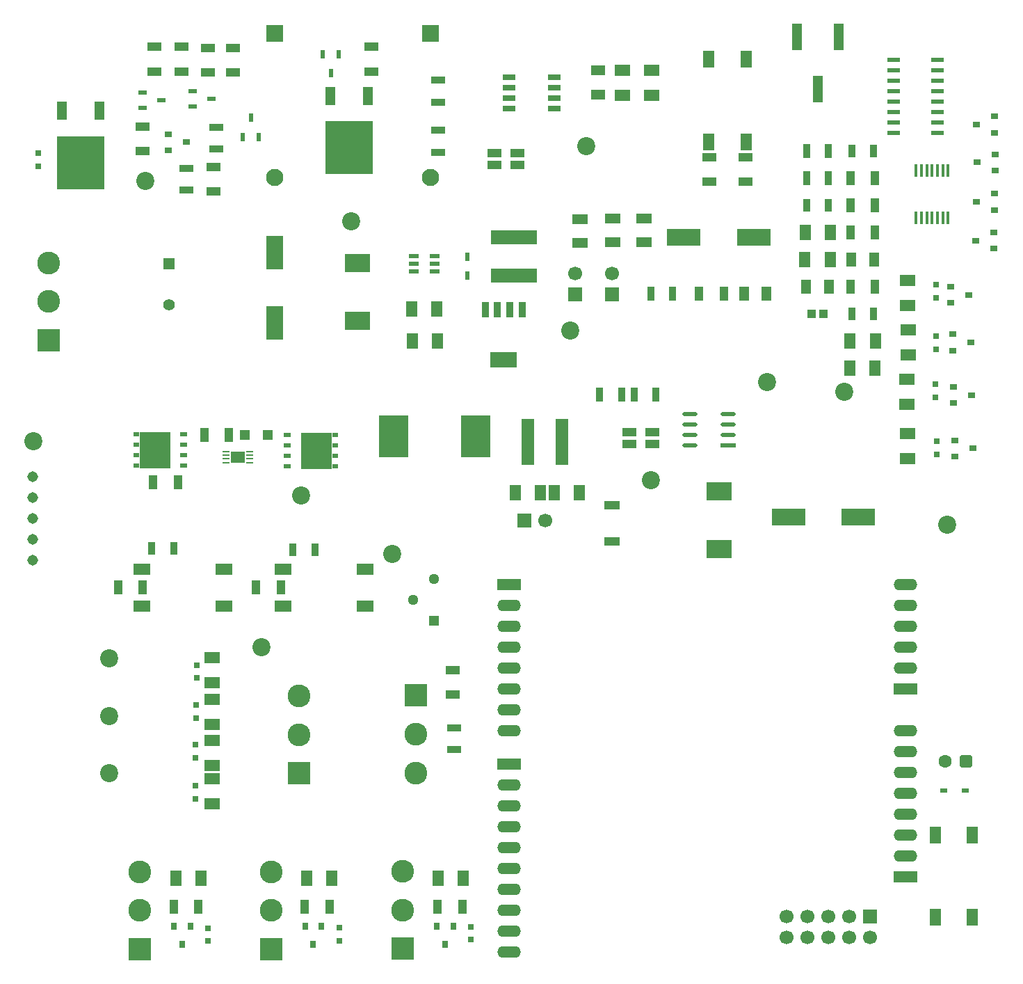
<source format=gbr>
%TF.GenerationSoftware,Altium Limited,Altium Designer,25.2.1 (25)*%
G04 Layer_Color=255*
%FSLAX45Y45*%
%MOMM*%
%TF.SameCoordinates,EF3F7739-EB0C-4DF3-8AA3-BEF7F1336093*%
%TF.FilePolarity,Positive*%
%TF.FileFunction,Pads,Top*%
%TF.Part,Single*%
G01*
G75*
%TA.AperFunction,SMDPad,CuDef*%
%ADD10R,3.15000X2.20000*%
%ADD11R,1.05000X1.80000*%
%ADD12R,0.85000X0.50000*%
%ADD13R,0.80000X0.60000*%
%ADD14R,3.75000X4.41000*%
%ADD15R,1.10000X1.70000*%
%ADD16R,1.25000X1.80000*%
%ADD17R,0.50000X1.05000*%
%ADD18R,1.52500X0.65000*%
%ADD19R,0.90000X1.90000*%
%ADD20R,3.20000X1.90000*%
%ADD21R,1.25000X0.60000*%
%ADD22R,1.65100X1.34620*%
%ADD23R,0.81280X0.27940*%
%TA.AperFunction,ConnectorPad*%
%ADD24R,1.19000X3.30000*%
%TA.AperFunction,SMDPad,CuDef*%
%ADD25R,1.60000X0.60000*%
%ADD26R,1.35606X1.85822*%
%ADD27R,1.35000X1.85000*%
G04:AMPARAMS|DCode=28|XSize=1.87407mm|YSize=0.51213mm|CornerRadius=0.25607mm|HoleSize=0mm|Usage=FLASHONLY|Rotation=180.000|XOffset=0mm|YOffset=0mm|HoleType=Round|Shape=RoundedRectangle|*
%AMROUNDEDRECTD28*
21,1,1.87407,0.00000,0,0,180.0*
21,1,1.36194,0.51213,0,0,180.0*
1,1,0.51213,-0.68097,0.00000*
1,1,0.51213,0.68097,0.00000*
1,1,0.51213,0.68097,0.00000*
1,1,0.51213,-0.68097,0.00000*
%
%ADD28ROUNDEDRECTD28*%
%ADD29R,1.87407X0.51213*%
%ADD30R,1.65822X0.95606*%
%ADD31R,2.10000X4.10000*%
%ADD32R,0.95606X1.65822*%
%ADD33R,1.80000X1.05000*%
%ADD34R,0.60000X1.05000*%
%ADD35R,5.70000X1.80000*%
%ADD36R,0.45000X1.50000*%
%ADD37R,1.85000X1.35000*%
%ADD38R,1.80000X1.20000*%
%ADD39R,1.90000X1.30000*%
%ADD40R,4.10000X2.10000*%
%ADD41R,1.00000X1.00000*%
%ADD42R,1.40000X2.10000*%
%ADD43R,1.93000X1.00000*%
%ADD44R,0.90000X1.60000*%
%ADD45R,1.75000X1.10000*%
%ADD46R,1.85822X1.35606*%
%ADD47R,0.80000X0.80000*%
%ADD48R,0.80000X0.90000*%
%ADD49R,1.20000X1.20000*%
%ADD50R,2.10000X1.40000*%
%ADD51R,1.65000X5.60000*%
%ADD52R,1.20000X2.20000*%
%ADD53R,5.80000X6.40000*%
%ADD54R,0.90000X0.80000*%
%ADD55R,3.55000X5.10000*%
%ADD56R,1.00000X0.60000*%
%ADD57R,0.60000X1.00000*%
%TA.AperFunction,ComponentPad*%
%ADD66O,2.84500X1.42200*%
%ADD67R,2.84500X1.42200*%
%ADD68C,1.31000*%
%ADD69R,2.77500X2.77500*%
%ADD70C,2.77500*%
%ADD71C,2.20000*%
%ADD72C,1.29000*%
%ADD73R,1.29000X1.29000*%
%ADD74R,1.70000X1.70000*%
%ADD75C,1.70000*%
%ADD76C,2.10000*%
%ADD77R,2.10000X2.10000*%
%ADD78R,1.40000X1.40000*%
%ADD79C,1.40000*%
%ADD80C,1.60000*%
G04:AMPARAMS|DCode=81|XSize=1.6mm|YSize=1.6mm|CornerRadius=0.4mm|HoleSize=0mm|Usage=FLASHONLY|Rotation=180.000|XOffset=0mm|YOffset=0mm|HoleType=Round|Shape=RoundedRectangle|*
%AMROUNDEDRECTD81*
21,1,1.60000,0.80000,0,0,180.0*
21,1,0.80000,1.60000,0,0,180.0*
1,1,0.80000,-0.40000,0.40000*
1,1,0.80000,0.40000,0.40000*
1,1,0.80000,0.40000,-0.40000*
1,1,0.80000,-0.40000,-0.40000*
%
%ADD81ROUNDEDRECTD81*%
%ADD82R,1.70000X1.70000*%
D10*
X4160000Y8810000D02*
D03*
Y8110000D02*
D03*
X8560000Y5330000D02*
D03*
Y6030000D02*
D03*
D11*
X1972593Y6144858D02*
D03*
X1672594D02*
D03*
X8620449Y8441000D02*
D03*
X5135628Y976851D02*
D03*
X3518128Y976838D02*
D03*
X1922053Y976851D02*
D03*
X5435628D02*
D03*
X3818127Y976838D02*
D03*
X2222053Y976851D02*
D03*
X3223925Y4860000D02*
D03*
X2923925D02*
D03*
X10460000Y9180000D02*
D03*
X10160000D02*
D03*
X10460000Y9840000D02*
D03*
X10160000D02*
D03*
X8320449Y8441000D02*
D03*
X1543925Y4860000D02*
D03*
X1243925D02*
D03*
X2592480Y6715184D02*
D03*
X2292480D02*
D03*
D12*
X2046180Y6344358D02*
D03*
Y6471358D02*
D03*
Y6598358D02*
D03*
Y6725358D02*
D03*
X3303780Y6334358D02*
D03*
Y6461358D02*
D03*
Y6588358D02*
D03*
Y6715358D02*
D03*
X11300000Y2390000D02*
D03*
X11560000D02*
D03*
D13*
X1463680Y6725358D02*
D03*
Y6598358D02*
D03*
Y6471358D02*
D03*
Y6344358D02*
D03*
X3886280Y6715358D02*
D03*
Y6588358D02*
D03*
Y6461358D02*
D03*
Y6334358D02*
D03*
D14*
X1691180Y6534858D02*
D03*
X3658780Y6524858D02*
D03*
D15*
X10165000Y8520000D02*
D03*
X10455000D02*
D03*
X10165000Y9510000D02*
D03*
X10455000D02*
D03*
D16*
X10172500Y8850000D02*
D03*
X10447500D02*
D03*
X8862949Y8441000D02*
D03*
X9137949D02*
D03*
X9897500Y8520000D02*
D03*
X9622500D02*
D03*
D17*
X5500000Y8883800D02*
D03*
Y8656200D02*
D03*
D18*
X6008800Y10689500D02*
D03*
Y10816500D02*
D03*
Y10943500D02*
D03*
Y11070500D02*
D03*
X6551200D02*
D03*
Y10943500D02*
D03*
Y10816500D02*
D03*
Y10689500D02*
D03*
D19*
X6165000Y8245000D02*
D03*
X6015000D02*
D03*
X5865000D02*
D03*
X5715000D02*
D03*
D20*
X5940000Y7635000D02*
D03*
D21*
X5095000Y8705000D02*
D03*
Y8800000D02*
D03*
Y8895000D02*
D03*
X4845000D02*
D03*
Y8800000D02*
D03*
Y8705000D02*
D03*
D22*
X2700000Y6450000D02*
D03*
D23*
X2844780Y6518580D02*
D03*
Y6472860D02*
D03*
Y6427140D02*
D03*
Y6381420D02*
D03*
X2555220D02*
D03*
Y6427140D02*
D03*
Y6472860D02*
D03*
Y6518580D02*
D03*
D24*
X9506000Y11564000D02*
D03*
X9760000Y10924000D02*
D03*
X10014000Y11564000D02*
D03*
D25*
X11224000Y11278500D02*
D03*
Y11151500D02*
D03*
Y11024500D02*
D03*
Y10897500D02*
D03*
Y10770500D02*
D03*
Y10643500D02*
D03*
Y10516500D02*
D03*
Y10389500D02*
D03*
X10684000Y10516500D02*
D03*
Y10643500D02*
D03*
Y10770500D02*
D03*
Y10897500D02*
D03*
Y11024500D02*
D03*
Y11151500D02*
D03*
Y11278500D02*
D03*
Y10389500D02*
D03*
D26*
X5122608Y8250000D02*
D03*
X4817392D02*
D03*
X6857828Y6013331D02*
D03*
X6552611D02*
D03*
X10462608Y7860000D02*
D03*
X10157392D02*
D03*
X9912608Y8850000D02*
D03*
X9607392D02*
D03*
D27*
X5132500Y7860000D02*
D03*
X4827500D02*
D03*
X10462500Y7530000D02*
D03*
X6082794Y6013204D02*
D03*
X5143128Y1328051D02*
D03*
X3543128D02*
D03*
X1947053D02*
D03*
X9912500Y9180000D02*
D03*
X9607500D02*
D03*
X10157500Y7530000D02*
D03*
X6387794Y6013204D02*
D03*
X5448128Y1328051D02*
D03*
X3848127D02*
D03*
X2252053D02*
D03*
D28*
X8208393Y6589500D02*
D03*
Y6843500D02*
D03*
Y6970500D02*
D03*
Y6716500D02*
D03*
X8671606Y6970500D02*
D03*
Y6843500D02*
D03*
Y6716500D02*
D03*
D29*
Y6589500D02*
D03*
D30*
X5140000Y10422608D02*
D03*
Y10157392D02*
D03*
X5340000Y2887392D02*
D03*
Y3152608D02*
D03*
X2080000Y9697392D02*
D03*
Y9962608D02*
D03*
X2439925Y10197519D02*
D03*
Y10462735D02*
D03*
X5140000Y11032608D02*
D03*
Y10767392D02*
D03*
D31*
X3150000Y8085000D02*
D03*
Y8935000D02*
D03*
D32*
X9892608Y9840000D02*
D03*
X9627392D02*
D03*
Y10170000D02*
D03*
X9892608D02*
D03*
X7107392Y7210000D02*
D03*
X7372608D02*
D03*
X7792608D02*
D03*
X7527392D02*
D03*
X7727841Y8441000D02*
D03*
X7993058D02*
D03*
D33*
X2410000Y9980000D02*
D03*
Y9680000D02*
D03*
X2640000Y11130000D02*
D03*
Y11430000D02*
D03*
X2340000Y11130000D02*
D03*
Y11430000D02*
D03*
X8881755Y10098757D02*
D03*
X4330000Y11440000D02*
D03*
X5320000Y3857852D02*
D03*
Y3557852D02*
D03*
X8440472Y9798757D02*
D03*
Y10098757D02*
D03*
X8881755Y9798757D02*
D03*
X4330000Y11140000D02*
D03*
X2020000D02*
D03*
Y11440000D02*
D03*
X1690000Y11140000D02*
D03*
Y11440000D02*
D03*
X1539925Y10170127D02*
D03*
Y10470127D02*
D03*
D34*
X2954925Y10345127D02*
D03*
X2764925D02*
D03*
X2859925Y10575127D02*
D03*
D35*
X6065000Y8659912D02*
D03*
Y9119912D02*
D03*
D36*
X11220199Y9359001D02*
D03*
X11350199Y9939000D02*
D03*
X11285199D02*
D03*
X11220199D02*
D03*
X11155199D02*
D03*
X11090199D02*
D03*
X11025199D02*
D03*
X10960199D02*
D03*
Y9359001D02*
D03*
X11025199D02*
D03*
X11090199D02*
D03*
X11155199D02*
D03*
X11285199D02*
D03*
X11350199D02*
D03*
D37*
X10864000Y7691500D02*
D03*
X10854000Y8291501D02*
D03*
X10844000Y7091500D02*
D03*
X7740000Y10853500D02*
D03*
X10854000Y6431500D02*
D03*
X2390000Y4012500D02*
D03*
X2390000Y2532500D02*
D03*
Y3002500D02*
D03*
X2390000Y3502500D02*
D03*
X7740000Y11158500D02*
D03*
X2390000Y3707500D02*
D03*
Y3197500D02*
D03*
X2390000Y2697500D02*
D03*
Y2227500D02*
D03*
X10854000Y6736500D02*
D03*
X10844000Y7396500D02*
D03*
X10864000Y7996500D02*
D03*
X10854000Y8596500D02*
D03*
D38*
X7086000Y10861000D02*
D03*
Y11151000D02*
D03*
D39*
X7266000Y9351000D02*
D03*
X7646000D02*
D03*
X6866000Y9341000D02*
D03*
X7266000Y9061000D02*
D03*
X6866000Y9051000D02*
D03*
X7646000Y9061000D02*
D03*
D40*
X8981000Y9126000D02*
D03*
X10255000Y5720000D02*
D03*
X8131000Y9126000D02*
D03*
X9405000Y5720000D02*
D03*
D41*
X9835000Y8190000D02*
D03*
X9685000D02*
D03*
D42*
X11645000Y1850000D02*
D03*
Y850000D02*
D03*
X11195000D02*
D03*
Y1850000D02*
D03*
X8437742Y10286257D02*
D03*
Y11286257D02*
D03*
X8887742Y10286257D02*
D03*
Y11286257D02*
D03*
D43*
X7260000Y5419000D02*
D03*
Y5861000D02*
D03*
D44*
X3645000Y5320000D02*
D03*
X1925000Y5340000D02*
D03*
X9625000Y9510000D02*
D03*
X9895000D02*
D03*
X10445000Y10170000D02*
D03*
X10175000D02*
D03*
X3375000Y5320000D02*
D03*
X1655000Y5340000D02*
D03*
X10445000Y8190000D02*
D03*
X10175000D02*
D03*
D45*
X5828499Y10005999D02*
D03*
X6103500Y10146000D02*
D03*
X5828499D02*
D03*
X6103500Y10005999D02*
D03*
X7472500Y6750000D02*
D03*
X7747500Y6610000D02*
D03*
X7472500D02*
D03*
X7747500Y6750000D02*
D03*
D46*
X7386000Y10853392D02*
D03*
Y11158608D02*
D03*
D47*
X5541448Y736244D02*
D03*
Y576244D02*
D03*
X3936448Y562700D02*
D03*
Y722700D02*
D03*
X2340373Y719622D02*
D03*
Y559622D02*
D03*
X2190000Y2790000D02*
D03*
Y2950000D02*
D03*
X270000Y9990000D02*
D03*
Y10150000D02*
D03*
X11194000Y7174000D02*
D03*
Y7334001D02*
D03*
X11204000Y7764000D02*
D03*
Y7924000D02*
D03*
Y8384001D02*
D03*
Y8544001D02*
D03*
X11214000Y6644000D02*
D03*
Y6484000D02*
D03*
X2196075Y3275873D02*
D03*
Y3435873D02*
D03*
X2190000Y2450000D02*
D03*
Y2290000D02*
D03*
X2200000Y3920000D02*
D03*
Y3760000D02*
D03*
D48*
X5225628Y519950D02*
D03*
X5125628Y739951D02*
D03*
X5325628D02*
D03*
X3620628Y520000D02*
D03*
X3520627Y740000D02*
D03*
X3720628D02*
D03*
X2024553Y519950D02*
D03*
X1924553Y739951D02*
D03*
X2124553D02*
D03*
D49*
X2789980Y6714854D02*
D03*
X3069980D02*
D03*
D50*
X4253925Y4635000D02*
D03*
X3253925D02*
D03*
X4253925Y5085000D02*
D03*
X3253925D02*
D03*
X2533900Y4635000D02*
D03*
X1533900D02*
D03*
X2533900Y5085000D02*
D03*
X1533900D02*
D03*
D51*
X6232500Y6630000D02*
D03*
X6647500D02*
D03*
D52*
X3832000Y10845000D02*
D03*
X4288000D02*
D03*
X1017925Y10660127D02*
D03*
X561925D02*
D03*
D53*
X4060000Y10215000D02*
D03*
X789925Y10030127D02*
D03*
D54*
X11694000Y9554000D02*
D03*
X11914000Y9654000D02*
D03*
Y9454000D02*
D03*
X11924000Y9934000D02*
D03*
Y10134000D02*
D03*
X11704000Y10034000D02*
D03*
X11694000Y10494000D02*
D03*
X11914000Y10594000D02*
D03*
Y10394000D02*
D03*
X11634000Y7204001D02*
D03*
X11414000Y7104001D02*
D03*
Y7304001D02*
D03*
X11624000Y7844000D02*
D03*
X11404000Y7744000D02*
D03*
Y7944000D02*
D03*
X11434000Y6654001D02*
D03*
Y6454001D02*
D03*
X11654000Y6554001D02*
D03*
X11904000Y8984000D02*
D03*
Y9184000D02*
D03*
X11684000Y9084000D02*
D03*
X11604000Y8424001D02*
D03*
X11384000Y8324001D02*
D03*
Y8524001D02*
D03*
X1859925Y10380128D02*
D03*
Y10180127D02*
D03*
X2079925Y10280128D02*
D03*
D55*
X5600780Y6702669D02*
D03*
X4600780D02*
D03*
D56*
X2384925Y10810127D02*
D03*
X2154925Y10715127D02*
D03*
Y10905127D02*
D03*
X1544925Y10885127D02*
D03*
Y10695127D02*
D03*
X1774925Y10790127D02*
D03*
D57*
X3930000Y11350000D02*
D03*
X3740000D02*
D03*
X3835000Y11120000D02*
D03*
D66*
X10833000Y2609201D02*
D03*
Y2863201D02*
D03*
X6007000Y1186801D02*
D03*
Y424801D02*
D03*
Y678801D02*
D03*
Y932801D02*
D03*
Y1440801D02*
D03*
Y1694801D02*
D03*
Y1948801D02*
D03*
Y2202801D02*
D03*
Y2456801D02*
D03*
Y3117201D02*
D03*
Y3371201D02*
D03*
Y3625201D02*
D03*
Y3879201D02*
D03*
Y4133201D02*
D03*
Y4387201D02*
D03*
Y4641201D02*
D03*
X10833000Y4895201D02*
D03*
Y4641201D02*
D03*
Y4387201D02*
D03*
Y4133201D02*
D03*
Y3879201D02*
D03*
Y3117201D02*
D03*
Y2355201D02*
D03*
Y2101201D02*
D03*
Y1847201D02*
D03*
Y1593201D02*
D03*
D67*
Y3625201D02*
D03*
X6007000Y2710801D02*
D03*
Y4895201D02*
D03*
X10833000Y1339201D02*
D03*
D68*
X203925Y6214128D02*
D03*
Y5960128D02*
D03*
Y5706128D02*
D03*
Y5452128D02*
D03*
Y5198128D02*
D03*
D69*
X399925Y7870127D02*
D03*
X1509553Y462178D02*
D03*
X4870000Y3547732D02*
D03*
X4705628Y468051D02*
D03*
X3105628Y462151D02*
D03*
X3450000Y2600000D02*
D03*
D70*
X399925Y8340127D02*
D03*
Y8810127D02*
D03*
X1509553Y1402178D02*
D03*
Y932178D02*
D03*
X4870000Y3077732D02*
D03*
Y2607732D02*
D03*
X4705628Y1408051D02*
D03*
Y938051D02*
D03*
X3105628Y932151D02*
D03*
Y1402151D02*
D03*
X3450000Y3540000D02*
D03*
Y3070000D02*
D03*
D71*
X1140000Y2600000D02*
D03*
Y3300000D02*
D03*
Y4000000D02*
D03*
X1579925Y9810127D02*
D03*
X9150000Y7360000D02*
D03*
X6750000Y7990000D02*
D03*
X4582746Y5272729D02*
D03*
X11340000Y5630000D02*
D03*
X4080000Y9320000D02*
D03*
X2990000Y4140000D02*
D03*
X10090000Y7240000D02*
D03*
X6946000Y10236000D02*
D03*
X3470000Y5980000D02*
D03*
X7730000Y6170000D02*
D03*
X213925Y6644127D02*
D03*
D72*
X5090000Y4970000D02*
D03*
X4836000Y4716000D02*
D03*
D73*
X5090000Y4462000D02*
D03*
D74*
X10398000Y858233D02*
D03*
X6806000Y8429000D02*
D03*
X7255999D02*
D03*
D75*
X10398000Y604233D02*
D03*
X10144000Y858233D02*
D03*
Y604233D02*
D03*
X9890000Y858233D02*
D03*
Y604233D02*
D03*
X9636000Y858233D02*
D03*
X9382000D02*
D03*
X9636000Y604233D02*
D03*
X9382000D02*
D03*
X6806000Y8683000D02*
D03*
X7255999D02*
D03*
X6445180Y5680420D02*
D03*
D76*
X3150000Y9850000D02*
D03*
X5051700D02*
D03*
D77*
X3150000Y11600000D02*
D03*
X5051700D02*
D03*
D78*
X1864000Y8804000D02*
D03*
D79*
Y8304000D02*
D03*
D80*
X11313000Y2750000D02*
D03*
D81*
X11567000D02*
D03*
D82*
X6191180Y5680420D02*
D03*
%TF.MD5,4817d97c17cbffe948bd8824bf6c14ea*%
M02*

</source>
